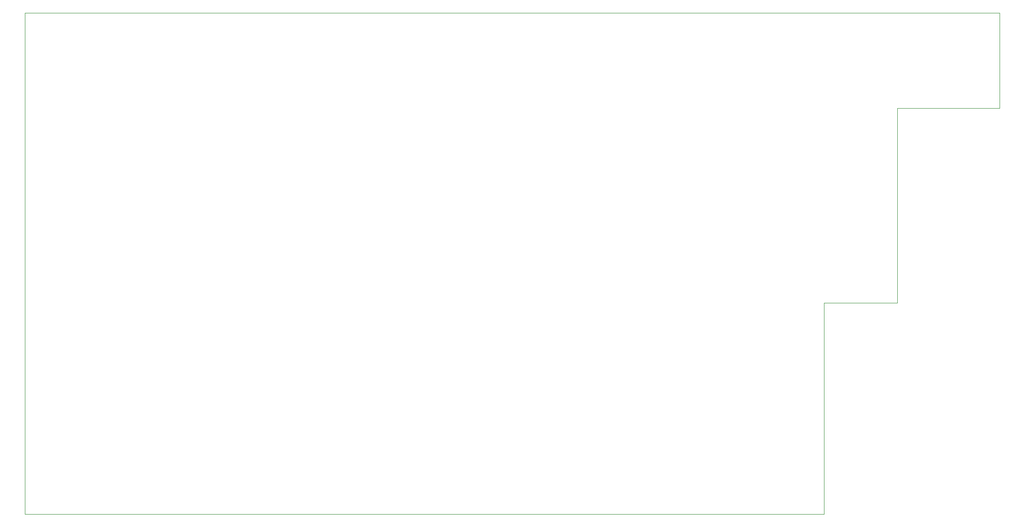
<source format=gbr>
%TF.GenerationSoftware,KiCad,Pcbnew,(6.0.1)*%
%TF.CreationDate,2022-06-01T15:29:15+03:00*%
%TF.ProjectId,Power,506f7765-722e-46b6-9963-61645f706362,rev?*%
%TF.SameCoordinates,Original*%
%TF.FileFunction,Profile,NP*%
%FSLAX46Y46*%
G04 Gerber Fmt 4.6, Leading zero omitted, Abs format (unit mm)*
G04 Created by KiCad (PCBNEW (6.0.1)) date 2022-06-01 15:29:15*
%MOMM*%
%LPD*%
G01*
G04 APERTURE LIST*
%TA.AperFunction,Profile*%
%ADD10C,0.100000*%
%TD*%
G04 APERTURE END LIST*
D10*
X242570000Y-49530000D02*
X242570000Y-67056000D01*
X63500000Y-141732000D02*
X210312000Y-141732000D01*
X210312000Y-102870000D02*
X223774000Y-102870000D01*
X63500000Y-49530000D02*
X63500000Y-141732000D01*
X210312000Y-141732000D02*
X210312000Y-102870000D01*
X223774000Y-102870000D02*
X223774000Y-67056000D01*
X242570000Y-67056000D02*
X223774000Y-67056000D01*
X242570000Y-49530000D02*
X63500000Y-49530000D01*
M02*

</source>
